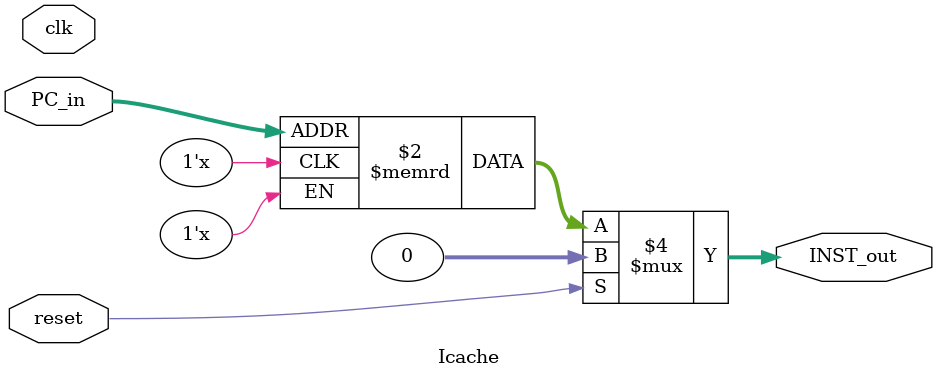
<source format=v>
module Icache #
(
    parameter ADDR_WIDTH = 32,
    parameter DATA_WIDTH = 32,
    parameter NONE_INST = 0
)
(
    input wire clk,
    input wire reset,
    input wire [ADDR_WIDTH - 1 : 0] PC_in,

    output reg [ADDR_WIDTH - 1 :0] INST_out
);
    reg [DATA_WIDTH - 1 : 0] mem [ADDR_WIDTH - 1 : 0];
    /*
        INSERT SDRAM(mem) GENERATION CODE
    */
    always @(*) begin
        if(reset) begin
            INST_out = NONE_INST;
        end
        else begin
            INST_out = mem[PC_in];
        end
    end

endmodule


</source>
